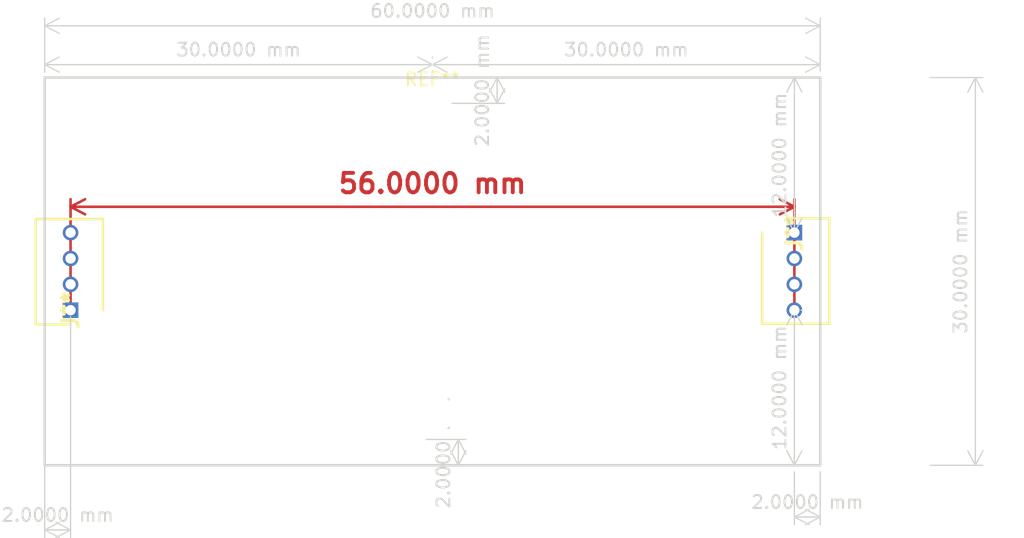
<source format=kicad_pcb>
(kicad_pcb (version 20221018) (generator pcbnew)
  (layers (0 "F.Cu" signal) (31 "B.Cu" signal) (34 "B.Paste" user) (35 "F.Paste" user) (36 "B.SilkS" user "B.Silkscreen") (37 "F.SilkS" user "F.Silkscreen") (38 "B.Mask" user) (39 "F.Mask" user) (44 "Edge.Cuts" user))
  (net 0 "")
  (footprint "SamacSys_Parts:RHDR4W60P0X200_1X4_800X500X450P" (layer "F.Cu") (at 34 72 90)
    (fp_text reference "J**" (at 0 0 90) (layer "F.SilkS") (effects (font (size 1.27 1.27) (thickness 0.254))))
    (fp_text value "RHDR4W60P0X200_1X4_800X500X450P" hide)
    (fp_line (start -1.1 -2.7) (end -1.1 0) (stroke (width 0.2)) (layer "F.SilkS"))
    (fp_line (start 0 2.5) (end 7.05 2.5) (stroke (width 0.2)) (layer "F.SilkS"))
    (fp_line (start 7.05 -2.7) (end -1.1 -2.7) (stroke (width 0.2)) (layer "F.SilkS"))
    (fp_line (start 7.05 2.5) (end 7.05 -2.7) (stroke (width 0.2)) (layer "F.SilkS"))
    (pad "1" thru_hole rect (at 0 0 90) (size 1.2 1.2) (drill 0.8) (layers "*.Cu" "*.Mask"))
    (pad "2" thru_hole circle (at 2 0 90) (size 1.2 1.2) (drill 0.8) (layers "*.Cu" "*.Mask"))
    (pad "3" thru_hole circle (at 4 0 90) (size 1.2 1.2) (drill 0.8) (layers "*.Cu" "*.Mask"))
    (pad "4" thru_hole circle (at 6 0 90) (size 1.2 1.2) (drill 0.8) (layers "*.Cu" "*.Mask"))
  )
  (footprint "MountingHole:MountingHole_3.2mm_M3_ISO7380" (layer "F.Cu") (at 62 58)
    (fp_text reference "REF**" (at 0 -3.85) (layer "F.SilkS"))
    (fp_text value "MountingHole_3.2mm_M3_ISO7380")
    (pad "" np_thru_hole circle (at 0 0) (size 3.2 3.2) (drill 3.2) (layers "*.Cu" "*.Mask"))
  )
  (footprint "" (layer "F.Cu") (at 62 80)
    (fp_text reference "" (at 0 0) (layer "F.SilkS") (effects (font (size 1.27 1.27))))
    (fp_text value "" (at 0 0) (layer "F.SilkS") (effects (font (size 1.27 1.27))))
    (pad "" np_thru_hole circle (at 0 0) (size 3.2 3.2) (drill 3.2) (layers "F&B.Cu" "*.Mask"))
  )
  (footprint "SamacSys_Parts:RHDR4W60P0X200_1X4_800X500X450P" (layer "F.Cu") (at 90 66 -90)
    (fp_text reference "J**" (at 0 0 90) (layer "F.SilkS") (effects (font (size 1.27 1.27) (thickness 0.254))))
    (fp_text value "RHDR4W60P0X200_1X4_800X500X450P" hide)
    (fp_line (start -1.1 -2.7) (end -1.1 0) (stroke (width 0.2)) (layer "F.SilkS"))
    (fp_line (start 0 2.5) (end 7.05 2.5) (stroke (width 0.2)) (layer "F.SilkS"))
    (fp_line (start 7.05 -2.7) (end -1.1 -2.7) (stroke (width 0.2)) (layer "F.SilkS"))
    (fp_line (start 7.05 2.5) (end 7.05 -2.7) (stroke (width 0.2)) (layer "F.SilkS"))
    (pad "1" thru_hole rect (at 0 0 270) (size 1.2 1.2) (drill 0.8) (layers "*.Cu" "*.Mask"))
    (pad "2" thru_hole circle (at 2 0 270) (size 1.2 1.2) (drill 0.8) (layers "*.Cu" "*.Mask"))
    (pad "3" thru_hole circle (at 4 0 270) (size 1.2 1.2) (drill 0.8) (layers "*.Cu" "*.Mask"))
    (pad "4" thru_hole circle (at 6 0 270) (size 1.2 1.2) (drill 0.8) (layers "*.Cu" "*.Mask"))
  )
  (gr_rect (start 32 54) (end 92 84) (stroke (width 0.2)) (fill none) (layer "Edge.Cuts"))
  (dimension (type aligned) (layer "F.Cu") (pts (xy 90 73) (xy 34 73)) (height 9) (gr_text "56.0000 mm" (at 62 62.2) (layer "F.Cu") (effects (font (size 1.5 1.5) (thickness 0.3)))) (format (prefix "") (suffix "") (units 3) (units_format 1) (precision 4)) (style (thickness 0.2) (arrow_length 1.27) (text_position_mode 0) (extension_height 0.58642) (extension_offset 0.5) keep_text_aligned))
  (dimension (type aligned) (layer "Edge.Cuts") (pts (xy 90 84) (xy 92 84)) (height 3.999999) (gr_text "2.0000 mm" (at 91 86.849999) (layer "Edge.Cuts") (effects (font (size 1 1) (thickness 0.15)))) (format (prefix "") (suffix "") (units 3) (units_format 1) (precision 4)) (style (thickness 0.1) (arrow_length 1.27) (text_position_mode 0) (extension_height 0.58642) (extension_offset 0.5) keep_text_aligned))
  (dimension (type aligned) (layer "Edge.Cuts") (pts (xy 90 66) (xy 90 54)) (height 0) (gr_text "12.0000 mm" (at 88.85 60 90) (layer "Edge.Cuts") (effects (font (size 1 1) (thickness 0.15)))) (format (prefix "") (suffix "") (units 3) (units_format 1) (precision 4)) (style (thickness 0.1) (arrow_length 1.27) (text_position_mode 0) (extension_height 0.58642) (extension_offset 0.5) keep_text_aligned))
  (dimension (type aligned) (layer "Edge.Cuts") (pts (xy 100 54) (xy 100 84)) (height -4) (gr_text "30.0000 mm" (at 102.85 69 90) (layer "Edge.Cuts") (effects (font (size 1 1) (thickness 0.15)))) (format (prefix "") (suffix "") (units 3) (units_format 1) (precision 4)) (style (thickness 0.1) (arrow_length 1.27) (text_position_mode 0) (extension_height 0.58642) (extension_offset 0.5) keep_text_aligned))
  (dimension (type aligned) (layer "Edge.Cuts") (pts (xy 62 53) (xy 32 53)) (height 0) (gr_text "30.0000 mm" (at 47 51.85) (layer "Edge.Cuts") (effects (font (size 1 1) (thickness 0.15)))) (format (prefix "") (suffix "") (units 3) (units_format 1) (precision 4)) (style (thickness 0.1) (arrow_length 1.27) (text_position_mode 0) (extension_height 0.58642) (extension_offset 0.5) keep_text_aligned))
  (dimension (type aligned) (layer "Edge.Cuts") (pts (xy 90 72) (xy 90 84)) (height 0) (gr_text "12.0000 mm" (at 88.85 78 90) (layer "Edge.Cuts") (effects (font (size 1 1) (thickness 0.15)))) (format (prefix "") (suffix "") (units 3) (units_format 1) (precision 4)) (style (thickness 0.1) (arrow_length 1.27) (text_position_mode 0) (extension_height 0.58642) (extension_offset 0.5) keep_text_aligned))
  (dimension (type aligned) (layer "Edge.Cuts") (pts (xy 34 72) (xy 32 72)) (height -17) (gr_text "2.0000 mm" (at 33 87.85) (layer "Edge.Cuts") (effects (font (size 1 1) (thickness 0.15)))) (format (prefix "") (suffix "") (units 3) (units_format 1) (precision 4)) (style (thickness 0.1) (arrow_length 1.27) (text_position_mode 0) (extension_height 0.58642) (extension_offset 0.5) keep_text_aligned))
  (dimension (type aligned) (layer "Edge.Cuts") (pts (xy 61 82) (xy 61 84)) (height -3) (gr_text "2.0000 mm" (at 62.85 83 90) (layer "Edge.Cuts") (effects (font (size 1 1) (thickness 0.15)))) (format (prefix "") (suffix "") (units 3) (units_format 1) (precision 4)) (style (thickness 0.1) (arrow_length 1.27) (text_position_mode 0) (extension_height 0.58642) (extension_offset 0.5) keep_text_aligned))
  (dimension (type aligned) (layer "Edge.Cuts") (pts (xy 32 54) (xy 92 54)) (height -4) (gr_text "60.0000 mm" (at 62 48.85) (layer "Edge.Cuts") (effects (font (size 1 1) (thickness 0.15)))) (format (prefix "") (suffix "") (units 3) (units_format 1) (precision 4)) (style (thickness 0.1) (arrow_length 1.27) (text_position_mode 0) (extension_height 0.58642) (extension_offset 0.5) keep_text_aligned))
  (dimension (type aligned) (layer "Edge.Cuts") (pts (xy 62 53) (xy 92 53)) (height 0) (gr_text "30.0000 mm" (at 77 51.85) (layer "Edge.Cuts") (effects (font (size 1 1) (thickness 0.15)))) (format (prefix "") (suffix "") (units 3) (units_format 1) (precision 4)) (style (thickness 0.1) (arrow_length 1.27) (text_position_mode 0) (extension_height 0.58642) (extension_offset 0.5) keep_text_aligned))
  (dimension (type aligned) (layer "Edge.Cuts") (pts (xy 63 56) (xy 63 54)) (height 4) (gr_text "2.0000 mm" (at 65.85 55 90) (layer "Edge.Cuts") (effects (font (size 1 1) (thickness 0.15)))) (format (prefix "") (suffix "") (units 3) (units_format 1) (precision 4)) (style (thickness 0.1) (arrow_length 1.27) (text_position_mode 0) (extension_height 0.58642) (extension_offset 0.5) keep_text_aligned))
)
</source>
